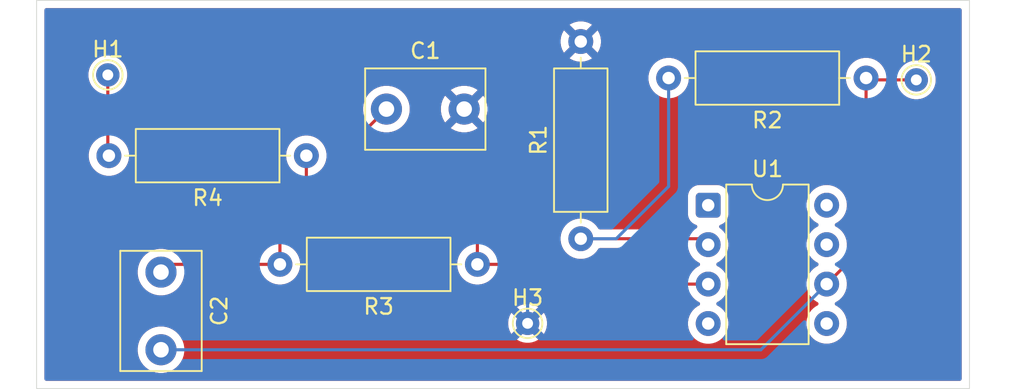
<source format=kicad_pcb>
(kicad_pcb (version 20241229) (generator "pcbnew") (generator_version "9.0")
  (layers (0 "F.Cu" signal) (2 "B.Cu" signal) (13 "F.Paste" user) (15 "B.Paste" user) (5 "F.SilkS" user "F.Silkscreen") (7 "B.SilkS" user "B.Silkscreen") (1 "F.Mask" user) (3 "B.Mask" user) (25 "Edge.Cuts" user))
  (net 0 "")
  (net 1 "Net-(U1-IN+)")
  (net 2 "GND")
  (net 3 "Net-(U1-OUT)")
  (net 4 "Net-(C2-Pad1)")
  (net 5 "Net-(U1-IN-)")
  (net 6 "-5V")
  (net 7 "+5V")
  (net 8 "Net-(H1-Pad1)")
  (footprint "TestPoint:TestPoint_THTPad_D1.5mm_Drill0.7mm" (layer "F.Cu") (at 181 100.32)
    (property "Reference" "H2" (at 0 -1.648 0) (layer "F.SilkS"))
    (property "Value" "MountingHole_Pad")
    (fp_circle (center 0 0) (end 0 0.95) (stroke (width 0.12)) (fill no) (layer "F.SilkS"))
    (pad "1" thru_hole circle (at 0 0) (size 1.5 1.5) (drill 0.7) (layers "*.Cu" "*.Mask") (net 3 "Net-(U1-OUT)"))
  )
  (footprint "Resistor_THT:R_Axial_DIN0309_L9.0mm_D3.2mm_P12.70mm_Horizontal" (layer "F.Cu") (at 159.42 110.55 90)
    (property "Reference" "R1" (at 6.35 -2.72 90) (layer "F.SilkS"))
    (property "Value" "2000")
    (fp_line (start 11.66 0) (end 10.97 0) (stroke (width 0.12)) (layer "F.SilkS"))
    (fp_line (start 1.04 0) (end 1.73 0) (stroke (width 0.12)) (layer "F.SilkS"))
    (fp_rect (start 1.73 -1.72) (end 10.97 1.72) (stroke (width 0.12)) (fill no) (layer "F.SilkS"))
    (pad "1" thru_hole circle (at 0 0 90) (size 1.6 1.6) (drill 0.8) (layers "*.Cu" "*.Mask") (net 5 "Net-(U1-IN-)"))
    (pad "2" thru_hole circle (at 12.7 0 90) (size 1.6 1.6) (drill 0.8) (layers "*.Cu" "*.Mask") (net 2 "GND"))
  )
  (footprint "Capacitor_THT:C_Disc_D7.5mm_W5.0mm_P5.00mm" (layer "F.Cu") (at 146.92 102.2)
    (property "Reference" "C1" (at 2.5 -3.75 0) (layer "F.SilkS"))
    (property "Value" "0.00000001")
    (fp_line (start -1.37 -2.62) (end 6.37 -2.62) (stroke (width 0.12)) (layer "F.SilkS"))
    (fp_line (start -1.37 2.62) (end -1.37 -2.62) (stroke (width 0.12)) (layer "F.SilkS"))
    (fp_line (start 6.37 -2.62) (end 6.37 2.62) (stroke (width 0.12)) (layer "F.SilkS"))
    (fp_line (start 6.37 2.62) (end -1.37 2.62) (stroke (width 0.12)) (layer "F.SilkS"))
    (pad "1" thru_hole circle (at 0 0) (size 2 2) (drill 1) (layers "*.Cu" "*.Mask") (net 1 "Net-(U1-IN+)"))
    (pad "2" thru_hole circle (at 5 0) (size 2 2) (drill 1) (layers "*.Cu" "*.Mask") (net 2 "GND"))
  )
  (footprint "Package_DIP:DIP-8_W7.62mm" (layer "F.Cu") (at 167.615 108.39)
    (property "Reference" "U1" (at 3.81 -2.33 0) (layer "F.SilkS"))
    (property "Value" "LT6238")
    (fp_line (start 1.16 -1.33) (end 1.16 8.95) (stroke (width 0.12)) (layer "F.SilkS"))
    (fp_line (start 1.16 8.95) (end 6.46 8.95) (stroke (width 0.12)) (layer "F.SilkS"))
    (fp_line (start 2.81 -1.33) (end 1.16 -1.33) (stroke (width 0.12)) (layer "F.SilkS"))
    (fp_line (start 6.46 -1.33) (end 4.81 -1.33) (stroke (width 0.12)) (layer "F.SilkS"))
    (fp_line (start 6.46 8.95) (end 6.46 -1.33) (stroke (width 0.12)) (layer "F.SilkS"))
    (fp_arc (start 4.81 -1.33) (mid 3.81 -0.33) (end 2.81 -1.33) (stroke (width 0.12)) (layer "F.SilkS"))
    (pad "1" thru_hole roundrect (at 0 0) (size 1.6 1.6) (drill 0.8) (layers "*.Cu" "*.Mask") (roundrect_rratio 0.15625))
    (pad "2" thru_hole circle (at 0 2.54) (size 1.6 1.6) (drill 0.8) (layers "*.Cu" "*.Mask") (net 5 "Net-(U1-IN-)"))
    (pad "3" thru_hole circle (at 0 5.08) (size 1.6 1.6) (drill 0.8) (layers "*.Cu" "*.Mask") (net 1 "Net-(U1-IN+)"))
    (pad "4" thru_hole circle (at 0 7.62) (size 1.6 1.6) (drill 0.8) (layers "*.Cu" "*.Mask") (net 6 "-5V"))
    (pad "5" thru_hole circle (at 7.62 7.62) (size 1.6 1.6) (drill 0.8) (layers "*.Cu" "*.Mask"))
    (pad "6" thru_hole circle (at 7.62 5.08) (size 1.6 1.6) (drill 0.8) (layers "*.Cu" "*.Mask") (net 3 "Net-(U1-OUT)"))
    (pad "7" thru_hole circle (at 7.62 2.54) (size 1.6 1.6) (drill 0.8) (layers "*.Cu" "*.Mask") (net 7 "+5V"))
    (pad "8" thru_hole circle (at 7.62 0) (size 1.6 1.6) (drill 0.8) (layers "*.Cu" "*.Mask"))
  )
  (footprint "TestPoint:TestPoint_THTPad_D1.5mm_Drill0.7mm" (layer "F.Cu") (at 156 116)
    (property "Reference" "H3" (at 0 -1.648 0) (layer "F.SilkS"))
    (property "Value" "MountingHole_Pad")
    (fp_circle (center 0 0) (end 0 0.95) (stroke (width 0.12)) (fill no) (layer "F.SilkS"))
    (pad "1" thru_hole circle (at 0 0) (size 1.5 1.5) (drill 0.7) (layers "*.Cu" "*.Mask") (net 2 "GND"))
  )
  (footprint "TestPoint:TestPoint_THTPad_D1.5mm_Drill0.7mm" (layer "F.Cu") (at 129 100)
    (property "Reference" "H1" (at 0 -1.648 0) (layer "F.SilkS"))
    (property "Value" "MountingHole_Pad")
    (fp_circle (center 0 0) (end 0 0.95) (stroke (width 0.12)) (fill no) (layer "F.SilkS"))
    (pad "1" thru_hole circle (at 0 0) (size 1.5 1.5) (drill 0.7) (layers "*.Cu" "*.Mask") (net 8 "Net-(H1-Pad1)"))
  )
  (footprint "Capacitor_THT:C_Disc_D7.5mm_W5.0mm_P5.00mm" (layer "F.Cu") (at 132.42 112.7 -90)
    (property "Reference" "C2" (at 2.5 -3.75 90) (layer "F.SilkS"))
    (property "Value" "0.00000001")
    (fp_line (start -1.37 2.62) (end -1.37 -2.62) (stroke (width 0.12)) (layer "F.SilkS"))
    (fp_line (start 6.37 2.62) (end -1.37 2.62) (stroke (width 0.12)) (layer "F.SilkS"))
    (fp_line (start -1.37 -2.62) (end 6.37 -2.62) (stroke (width 0.12)) (layer "F.SilkS"))
    (fp_line (start 6.37 -2.62) (end 6.37 2.62) (stroke (width 0.12)) (layer "F.SilkS"))
    (pad "1" thru_hole circle (at 0 0 270) (size 2 2) (drill 1) (layers "*.Cu" "*.Mask") (net 4 "Net-(C2-Pad1)"))
    (pad "2" thru_hole circle (at 5 0 270) (size 2 2) (drill 1) (layers "*.Cu" "*.Mask") (net 3 "Net-(U1-OUT)"))
  )
  (footprint "Resistor_THT:R_Axial_DIN0309_L9.0mm_D3.2mm_P12.70mm_Horizontal" (layer "F.Cu") (at 152.77 112.2 180)
    (property "Reference" "R3" (at 6.35 -2.72 180) (layer "F.SilkS"))
    (property "Value" "2000")
    (fp_line (start 11.66 0) (end 10.97 0) (stroke (width 0.12)) (layer "F.SilkS"))
    (fp_line (start 1.04 0) (end 1.73 0) (stroke (width 0.12)) (layer "F.SilkS"))
    (fp_rect (start 1.73 -1.72) (end 10.97 1.72) (stroke (width 0.12)) (fill no) (layer "F.SilkS"))
    (pad "1" thru_hole circle (at 0 0 180) (size 1.6 1.6) (drill 0.8) (layers "*.Cu" "*.Mask") (net 1 "Net-(U1-IN+)"))
    (pad "2" thru_hole circle (at 12.7 0 180) (size 1.6 1.6) (drill 0.8) (layers "*.Cu" "*.Mask") (net 4 "Net-(C2-Pad1)"))
  )
  (footprint "Resistor_THT:R_Axial_DIN0309_L9.0mm_D3.2mm_P12.70mm_Horizontal" (layer "F.Cu") (at 177.77 100.2 180)
    (property "Reference" "R2" (at 6.35 -2.72 180) (layer "F.SilkS"))
    (property "Value" "2000")
    (fp_line (start 11.66 0) (end 10.97 0) (stroke (width 0.12)) (layer "F.SilkS"))
    (fp_line (start 1.04 0) (end 1.73 0) (stroke (width 0.12)) (layer "F.SilkS"))
    (fp_rect (start 1.73 -1.72) (end 10.97 1.72) (stroke (width 0.12)) (fill no) (layer "F.SilkS"))
    (pad "1" thru_hole circle (at 0 0 180) (size 1.6 1.6) (drill 0.8) (layers "*.Cu" "*.Mask") (net 3 "Net-(U1-OUT)"))
    (pad "2" thru_hole circle (at 12.7 0 180) (size 1.6 1.6) (drill 0.8) (layers "*.Cu" "*.Mask") (net 5 "Net-(U1-IN-)"))
  )
  (footprint "Resistor_THT:R_Axial_DIN0309_L9.0mm_D3.2mm_P12.70mm_Horizontal" (layer "F.Cu") (at 141.77 105.2 180)
    (property "Reference" "R4" (at 6.35 -2.72 180) (layer "F.SilkS"))
    (property "Value" "2000")
    (fp_line (start 11.66 0) (end 10.97 0) (stroke (width 0.12)) (layer "F.SilkS"))
    (fp_line (start 1.04 0) (end 1.73 0) (stroke (width 0.12)) (layer "F.SilkS"))
    (fp_rect (start 1.73 -1.72) (end 10.97 1.72) (stroke (width 0.12)) (fill no) (layer "F.SilkS"))
    (pad "1" thru_hole circle (at 0 0 180) (size 1.6 1.6) (drill 0.8) (layers "*.Cu" "*.Mask") (net 4 "Net-(C2-Pad1)"))
    (pad "2" thru_hole circle (at 12.7 0 180) (size 1.6 1.6) (drill 0.8) (layers "*.Cu" "*.Mask") (net 8 "Net-(H1-Pad1)"))
  )
  (gr_rect (start 124.42 95.2) (end 184.42 120.2) (stroke (width 0.05)) (fill no) (layer "Edge.Cuts"))
  (segment (start 146.92 102.2) (end 144.7 104.42) (width 0.2) (layer "F.Cu") (net 1))
  (segment (start 144.7 106.86) (end 146.02 108.18) (width 0.2) (layer "F.Cu") (net 1))
  (segment (start 151.03 108.18) (end 152.77 109.92) (width 0.2) (layer "F.Cu") (net 1))
  (segment (start 144.7 104.42) (end 144.7 106.86) (width 0.2) (layer "F.Cu") (net 1))
  (segment (start 167.615 113.47) (end 156.5 113.47) (width 0.2) (layer "F.Cu") (net 1))
  (segment (start 146.02 108.18) (end 151.03 108.18) (width 0.2) (layer "F.Cu") (net 1))
  (segment (start 156.5 113.47) (end 155.23 112.2) (width 0.2) (layer "F.Cu") (net 1))
  (segment (start 155.23 112.2) (end 152.77 112.2) (width 0.2) (layer "F.Cu") (net 1))
  (segment (start 152.77 109.92) (end 152.77 112.2) (width 0.2) (layer "F.Cu") (net 1))
  (segment (start 156 116) (end 156 106.28) (width 0.2) (layer "B.Cu") (net 2))
  (segment (start 156 106.28) (end 151.92 102.2) (width 0.2) (layer "B.Cu") (net 2))
  (segment (start 177.77 110.935) (end 175.235 113.47) (width 0.2) (layer "F.Cu") (net 3))
  (segment (start 181 100.32) (end 177.89 100.32) (width 0.2) (layer "F.Cu") (net 3))
  (segment (start 177.89 100.32) (end 177.77 100.2) (width 0.2) (layer "F.Cu") (net 3))
  (segment (start 177.77 100.2) (end 177.77 110.935) (width 0.2) (layer "F.Cu") (net 3))
  (segment (start 171.005 117.7) (end 175.235 113.47) (width 0.2) (layer "B.Cu") (net 3))
  (segment (start 132.42 117.7) (end 171.005 117.7) (width 0.2) (layer "B.Cu") (net 3))
  (segment (start 132.92 112.2) (end 132.42 112.7) (width 0.2) (layer "F.Cu") (net 4))
  (segment (start 140.07 112.2) (end 140.07 110.01) (width 0.2) (layer "F.Cu") (net 4))
  (segment (start 140.07 112.2) (end 132.92 112.2) (width 0.2) (layer "F.Cu") (net 4))
  (segment (start 140.07 110.01) (end 141.77 108.31) (width 0.2) (layer "F.Cu") (net 4))
  (segment (start 141.77 108.31) (end 141.77 105.2) (width 0.2) (layer "F.Cu") (net 4))
  (segment (start 167.235 110.55) (end 167.615 110.93) (width 0.2) (layer "F.Cu") (net 5))
  (segment (start 159.42 110.55) (end 167.235 110.55) (width 0.2) (layer "F.Cu") (net 5))
  (segment (start 165.07 107.18) (end 161.7 110.55) (width 0.2) (layer "B.Cu") (net 5))
  (segment (start 161.7 110.55) (end 159.42 110.55) (width 0.2) (layer "B.Cu") (net 5))
  (segment (start 165.07 100.2) (end 165.07 107.18) (width 0.2) (layer "B.Cu") (net 5))
  (segment (start 129 105.13) (end 129.07 105.2) (width 0.2) (layer "F.Cu") (net 8))
  (segment (start 129 100) (end 129 105.13) (width 0.2) (layer "F.Cu") (net 8))
  (zone (net 2) (net_name "GND") (layers "F.Cu" "B.Cu") (connect_pads (clearance 0.5)) (min_thickness 0.25) (fill yes (thermal_gap 0.5) (thermal_bridge_width 0.5))
    (polygon (pts (xy 124.42 95.2) (xy 124.42 120.2) (xy 184.42 120.2) (xy 184.42 95.2)))
  )
)
</source>
